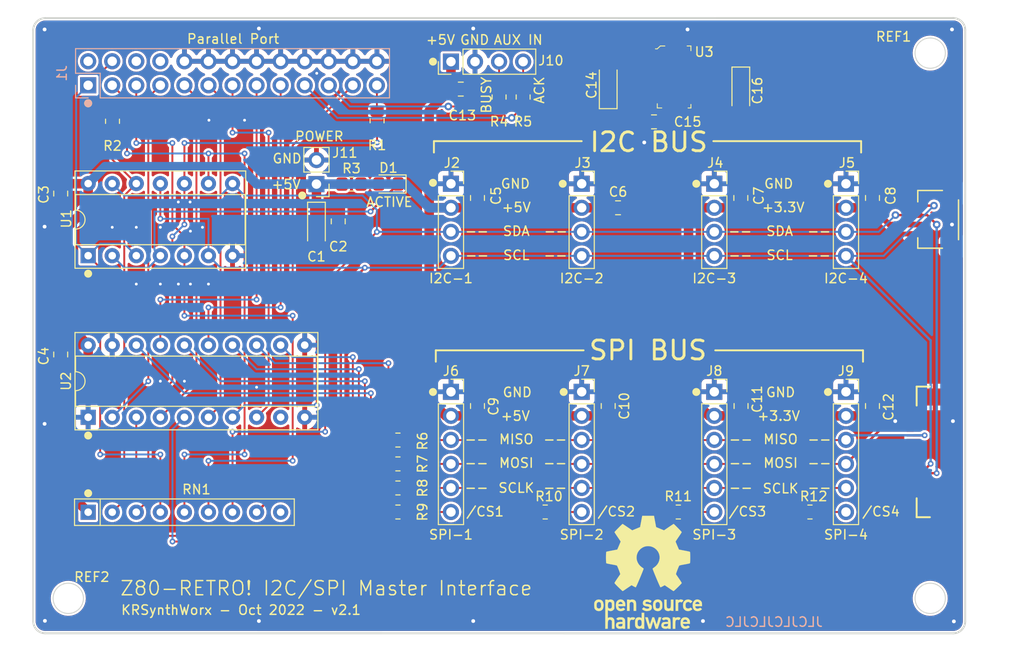
<source format=kicad_pcb>
(kicad_pcb (version 20211014) (generator pcbnew)
  (title_block (title "I2C/SPI-Adapter") (date "10/24/2022") (rev "2.1") (company "KRSynthWorx") (comment 1 "Z80-Retro! Parallel Port to I2C/SPI Master Interface"))
  (layers (0 "F.Cu" signal) (31 "B.Cu" signal) (34 "B.Paste" user) (35 "F.Paste" user) (36 "B.SilkS" user "B.Silkscreen") (37 "F.SilkS" user "F.Silkscreen") (38 "B.Mask" user) (39 "F.Mask" user) (44 "Edge.Cuts" user))
  (net 0 "")
  (net 1 "+5V")
  (net 2 "GND")
  (net 3 "Net-(D1-Pad1)")
  (net 4 "Net-(D1-Pad2)")
  (net 5 "Net-(J1-Pad1)")
  (net 7 "Net-(J1-Pad2)")
  (net 8 "Net-(J1-Pad15)")
  (net 9 "Net-(J1-Pad3)")
  (net 11 "/D2")
  (net 13 "/D3")
  (net 14 "/D4")
  (net 15 "/D5")
  (net 16 "/D6")
  (net 17 "/D7")
  (net 18 "/ACK")
  (net 19 "/BUSY")
  (net 20 "/PAPER")
  (net 21 "Net-(J1-Pad13)")
  (net 22 "/SDA")
  (net 23 "/SCL")
  (net 24 "/SCLK")
  (net 25 "Net-(R1-Pad2)")
  (net 26 "Net-(R2-Pad2)")
  (net 28 "/MISO")
  (net 29 "/MOSI")
  (net 30 "/~{CS1}")
  (net 31 "/~{CS2}")
  (net 32 "/~{CS3}")
  (net 33 "/~{CS4}")
  (net 34 "Net-(J10-Pad3)")
  (net 35 "Net-(J10-Pad4)")
  (net 36 "+3V3")
  (net 37 "Net-(R6-Pad2)")
  (net 38 "Net-(R7-Pad1)")
  (net 39 "Net-(R8-Pad1)")
  (net 40 "Net-(R9-Pad1)")
  (net 41 "Net-(R10-Pad1)")
  (net 42 "Net-(R11-Pad1)")
  (net 44 "Net-(R12-Pad1)")
  (net 45 "/LITE")
  (net 46 "/SCK")
  (net 47 "/TFTDC")
  (net 48 "/TFTRST")
  (net 49 "/TFTCS")
  (net 50 "/CARDCS")
  (net 51 "/MEM_CS")
  (net 52 "/TSCS")
  (net 53 "/INT")
  (net 54 "/GPIO1")
  (net 55 "/GPIO2")
  (net 56 "/BUSY2")
  (footprint "Connector_PinHeader_2.54mm:PinHeader_1x02_P2.54mm_Vertical" (layer "F.Cu") (at 130.9 82.4375 180)
    (fp_text reference "J11")
    (fp_text value "+5V")
  )
  (footprint "Connector_PinHeader_2.54mm:PinHeader_1x04_P2.54mm_Vertical" (layer "F.Cu") (at 145.1 69.5 90)
    (fp_text reference "J10")
    (fp_text value "AUX IN")
  )
  (footprint "Resistor_THT:R_Array_SIP9" (layer "F.Cu") (at 106.8 117.1)
    (fp_text reference "RN1")
    (fp_text value "10k")
  )
  (footprint "Resistor_SMD:R_0805_2012Metric_Pad1.20x1.40mm_HandSolder" (layer "F.Cu") (at 139.5 114.54)
    (fp_text reference "R8")
    (fp_text value "330")
  )
  (footprint "Connector_PinSocket_2.54mm:PinSocket_1x06_P2.54mm_Vertical" (layer "F.Cu") (at 172.9 104.38)
    (fp_text reference "J8")
    (fp_text value "SPI-3")
  )
  (footprint "Resistor_SMD:R_0805_2012Metric_Pad1.20x1.40mm_HandSolder" (layer "F.Cu") (at 183 117.08)
    (fp_text reference "R12")
    (fp_text value "330")
  )
  (footprint "Capacitor_Tantalum_SMD:CP_EIA-3216-10_Kemet-I_Pad1.58x1.35mm_HandSolder" (layer "F.Cu") (at 175.7 72.5575 -90)
    (fp_text reference "C16")
    (fp_text value "10uF")
  )
  (footprint "Capacitor_Tantalum_SMD:CP_EIA-3216-10_Kemet-I_Pad1.58x1.35mm_HandSolder" (layer "F.Cu") (at 161.7 71.9825 90)
    (fp_text reference "C14")
    (fp_text value "10uF")
  )
  (footprint "Connector_PinSocket_2.54mm:PinSocket_1x04_P2.54mm_Vertical" (layer "F.Cu") (at 172.9 82.4)
    (fp_text reference "J4")
    (fp_text value "I2C-3")
  )
  (footprint "Connector_PinSocket_2.54mm:PinSocket_1x04_P2.54mm_Vertical" (layer "F.Cu") (at 145.1 82.4)
    (fp_text reference "J2")
    (fp_text value "I2C-1")
  )
  (footprint "Capacitor_SMD:C_0805_2012Metric_Pad1.18x1.45mm_HandSolder" (layer "F.Cu") (at 162.7375 84.94)
    (fp_text reference "C6")
    (fp_text value "0.1uF")
  )
  (footprint "Resistor_SMD:R_0805_2012Metric_Pad1.20x1.40mm_HandSolder" (layer "F.Cu") (at 134.6 82.4375)
    (fp_text reference "R3")
    (fp_text value "680")
  )
  (footprint "Connector_PinSocket_2.54mm:PinSocket_1x06_P2.54mm_Vertical" (layer "F.Cu") (at 145.1 104.38)
    (fp_text reference "J6")
    (fp_text value "SPI-1")
  )
  (footprint "Symbol:OSHW-Logo_11.4x12mm_SilkScreen" (layer "F.Cu") (at 165.9 123.444)
    (fp_text reference "REF**" hide)
    (fp_text value "OSHW-Logo_11.4x12mm_SilkScreen" hide)
  )
  (footprint "Resistor_SMD:R_0805_2012Metric_Pad1.20x1.40mm_HandSolder" (layer "F.Cu") (at 139.5 112)
    (fp_text reference "R7")
    (fp_text value "330")
  )
  (footprint "Capacitor_SMD:C_0805_2012Metric_Pad1.18x1.45mm_HandSolder" (layer "F.Cu") (at 147.9 105.8825 90)
    (fp_text reference "C9")
    (fp_text value "0.1uF")
  )
  (footprint "Package_DIP:DIP-14_W7.62mm_Socket" (layer "F.Cu") (at 106.8 90 90)
    (fp_text reference "U1")
    (fp_text value "74HC05")
  )
  (footprint "Resistor_SMD:R_0805_2012Metric_Pad1.20x1.40mm_HandSolder" (layer "F.Cu") (at 152.72 73.2375 90)
    (fp_text reference "R5")
    (fp_text value "330")
  )
  (footprint "Capacitor_SMD:C_0805_2012Metric_Pad1.18x1.45mm_HandSolder" (layer "F.Cu") (at 175.7 83.9025 90)
    (fp_text reference "C7")
    (fp_text value "0.1uF")
  )
  (footprint "Connector_PinSocket_2.54mm:PinSocket_1x04_P2.54mm_Vertical" (layer "F.Cu") (at 158.9 82.4)
    (fp_text reference "J3")
    (fp_text value "I2C-2")
  )
  (footprint "Capacitor_SMD:C_0805_2012Metric_Pad1.18x1.45mm_HandSolder" (layer "F.Cu") (at 175.724923 105.8825 90)
    (fp_text reference "C11")
    (fp_text value "0.1uF")
  )
  (footprint "Capacitor_SMD:C_0805_2012Metric_Pad1.18x1.45mm_HandSolder" (layer "F.Cu") (at 147.9 83.9025 90)
    (fp_text reference "C5")
    (fp_text value "0.1uF")
  )
  (footprint "Capacitor_SMD:C_0805_2012Metric_Pad1.18x1.45mm_HandSolder" (layer "F.Cu") (at 133.2 86.375 -90)
    (fp_text reference "C2")
    (fp_text value "0.1uF")
  )
  (footprint "Capacitor_Tantalum_SMD:CP_EIA-3216-10_Kemet-I_Pad1.58x1.35mm_HandSolder" (layer "F.Cu") (at 130.9 86.8375 -90)
    (fp_text reference "C1")
    (fp_text value "10uF")
  )
  (footprint "Fiducial:Fiducial_0.5mm_Mask1.5mm" (layer "F.Cu") (at 191.828201 68.58)
    (fp_text reference "REF1")
    (fp_text value "Fiducial_0.5mm_Mask1.5mm")
  )
  (footprint "LED_SMD:LED_0805_2012Metric_Pad1.15x1.40mm_HandSolder" (layer "F.Cu") (at 138.5 82.425 180)
    (fp_text reference "D1")
    (fp_text value "20mA 120°")
  )
  (footprint "Fiducial:Fiducial_0.5mm_Mask1.5mm" (layer "F.Cu") (at 108.712 126.2)
    (fp_text reference "REF2")
    (fp_text value "Fiducial_0.5mm_Mask1.5mm")
  )
  (footprint "Capacitor_SMD:C_0805_2012Metric_Pad1.18x1.45mm_HandSolder" (layer "F.Cu") (at 189.6 105.8825 90)
    (fp_text reference "C12")
    (fp_text value "0.1uF")
  )
  (footprint "Resistor_SMD:R_0805_2012Metric_Pad1.20x1.40mm_HandSolder" (layer "F.Cu") (at 150.18 73.2375 90)
    (fp_text reference "R4")
    (fp_text value "330")
  )
  (footprint "Capacitor_SMD:C_0805_2012Metric_Pad1.18x1.45mm_HandSolder" (layer "F.Cu") (at 161.7 105.8825 90)
    (fp_text reference "C10")
    (fp_text value "0.1uF")
  )
  (footprint "Resistor_SMD:R_0805_2012Metric_Pad1.20x1.40mm_HandSolder" (layer "F.Cu") (at 139.5 109.48 180)
    (fp_text reference "R6")
    (fp_text value "330")
  )
  (footprint "Package_DIP:DIP-20_W7.62mm_Socket" (layer "F.Cu") (at 106.8 107.07 90)
    (fp_text reference "U2")
    (fp_text value "74HC244")
  )
  (footprint "i2c-adapter:SOT-223" (layer "F.Cu") (at 168.656 71.12 -90)
    (fp_text reference "U3")
    (fp_text value "LM1117-3.3")
  )
  (footprint "Resistor_SMD:R_0805_2012Metric_Pad1.20x1.40mm_HandSolder" (layer "F.Cu") (at 139.5 117.08)
    (fp_text reference "R9")
    (fp_text value "330")
  )
  (footprint "Capacitor_SMD:C_0805_2012Metric_Pad1.18x1.45mm_HandSolder" (layer "F.Cu") (at 146.1375 72.4)
    (fp_text reference "C13")
    (fp_text value "0.1uF")
  )
  (footprint "Capacitor_SMD:C_0805_2012Metric_Pad1.18x1.45mm_HandSolder" (layer "F.Cu") (at 189.6 83.9025 90)
    (fp_text reference "C8")
    (fp_text value "0.1uF")
  )
  (footprint "Resistor_SMD:R_0805_2012Metric_Pad1.20x1.40mm_HandSolder" (layer "F.Cu") (at 137.3 75.7375 -90)
    (fp_text reference "R1")
    (fp_text value "330")
  )
  (footprint "i2c-adapter:EYE_SPI_DISPLAY_BOTCONTACT" (layer "F.Cu") (at 195.06 110.73 90)
    (fp_text reference "X1" hide)
    (fp_text value "EYE_SPI_DISPLAY_FLIP")
  )
  (footprint "Connector_PinSocket_2.54mm:PinSocket_1x06_P2.54mm_Vertical" (layer "F.Cu") (at 158.9 104.38)
    (fp_text reference "J7")
    (fp_text value "SPI-2")
  )
  (footprint "Resistor_SMD:R_0805_2012Metric_Pad1.20x1.40mm_HandSolder" (layer "F.Cu") (at 155.05 117.08)
    (fp_text reference "R10")
    (fp_text value "330")
  )
  (footprint "Connector_PinSocket_2.54mm:PinSocket_1x06_P2.54mm_Vertical" (layer "F.Cu") (at 186.8 104.38)
    (fp_text reference "J9")
    (fp_text value "SPI-4")
  )
  (footprint "Capacitor_SMD:C_0805_2012Metric_Pad1.18x1.45mm_HandSolder" (layer "F.Cu") (at 103.9 100.4375 -90)
    (fp_text reference "C4")
    (fp_text value "0.1uF")
  )
  (footprint "Resistor_SMD:R_0805_2012Metric_Pad1.20x1.40mm_HandSolder" (layer "F.Cu") (at 109.37 75.8 -90)
    (fp_text reference "R2")
    (fp_text value "330")
  )
  (footprint "Resistor_SMD:R_0805_2012Metric_Pad1.20x1.40mm_HandSolder" (layer "F.Cu") (at 169.1 117.08)
    (fp_text reference "R11")
    (fp_text value "330")
  )
  (footprint "Capacitor_SMD:C_0805_2012Metric_Pad1.18x1.45mm_HandSolder" (layer "F.Cu") (at 166.533513 75.861773)
    (fp_text reference "C15")
    (fp_text value "0.1uF")
  )
  (footprint "Connector_PinSocket_2.54mm:PinSocket_1x04_P2.54mm_Vertical" (layer "F.Cu") (at 186.8 82.4)
    (fp_text reference "J5")
    (fp_text value "I2C-4")
  )
  (footprint "Capacitor_SMD:C_0805_2012Metric_Pad1.18x1.45mm_HandSolder" (layer "F.Cu") (at 103.9 83.4375 -90)
    (fp_text reference "C3")
    (fp_text value "0.1uF")
  )
  (footprint "i2c-adapter:JST_SH4" (layer "F.Cu") (at 196.596 86.21 90)
    (fp_text reference "CONN1")
    (fp_text value "STEMMA_I2C_QT" hide)
  )
  (footprint "i2c-adapter:PinSocket_2x13_P2.54mm_Vertical" (layer "B.Cu") (at 106.8 72 -90)
    (fp_text reference "J1")
    (fp_text value "Conn_02x13_Top_Bottom")
  )
  (gr_circle (center 106.8 73.9) (end 106.439445 73.9) (layer "B.SilkS") (width 0.12) (fill solid))
  (gr_line (start 143.3 77.9) (end 158.9 77.9) (layer "F.SilkS") (width 0.2))
  (gr_circle (center 157 104.4) (end 157.360555 104.4) (layer "F.SilkS") (width 0.12) (fill solid))
  (gr_circle (center 184.9 104.4) (end 185.260555 104.4) (layer "F.SilkS") (width 0.12) (fill solid))
  (gr_line (start 143.3 77.9) (end 143.3 79.1) (layer "F.SilkS") (width 0.2))
  (gr_line (start 188.6 100) (end 188.6 101.2) (layer "F.SilkS") (width 0.2))
  (gr_circle (center 143.2 104.4) (end 143.560555 104.4) (layer "F.SilkS") (width 0.12) (fill solid))
  (gr_line (start 143.5 100) (end 143.5 101.2) (layer "F.SilkS") (width 0.2))
  (gr_circle (center 171 104.4) (end 171.360555 104.4) (layer "F.SilkS") (width 0.12) (fill solid))
  (gr_circle (center 106.8 91.9) (end 107.160555 91.9) (layer "F.SilkS") (width 0.12) (fill solid))
  (gr_line (start 143.5 100) (end 159.1 100) (layer "F.SilkS") (width 0.2))
  (gr_circle (center 171 82.4) (end 171.360555 82.4) (layer "F.SilkS") (width 0.12) (fill solid))
  (gr_line (start 173 100) (end 188.6 100) (layer "F.SilkS") (width 0.2))
  (gr_circle (center 143.2 82.3) (end 143.560555 82.3) (layer "F.SilkS") (width 0.12) (fill solid))
  (gr_circle (center 184.9 82.4) (end 185.260555 82.4) (layer "F.SilkS") (width 0.12) (fill solid))
  (gr_circle (center 106.8 109) (end 107.160555 109) (layer "F.SilkS") (width 0.12) (fill solid))
  (gr_circle (center 129.4 83.6375) (end 129.760555 83.6375) (layer "F.SilkS") (width 0.12) (fill solid))
  (gr_line (start 188.4 77.9) (end 188.4 79.1) (layer "F.SilkS") (width 0.2))
  (gr_circle (center 156.9 82.4) (end 157.260555 82.4) (layer "F.SilkS") (width 0.12) (fill solid))
  (gr_line (start 172.8 77.9) (end 188.4 77.9) (layer "F.SilkS") (width 0.2))
  (gr_circle (center 106.8 115.1) (end 107.160555 115.1) (layer "F.SilkS") (width 0.12) (fill solid))
  (gr_circle (center 143.2 69.5) (end 143.560555 69.5) (layer "F.SilkS") (width 0.12) (fill solid))
  (gr_circle (center 106.8 73.9) (end 107.160555 73.9) (layer "F.SilkS") (width 0.12) (fill solid))
  (gr_circle (center 195.692201 68.6) (end 197.292201 68.6) (layer "Edge.Cuts") (width 0.1) (fill none))
  (gr_line (start 198.12 129.898233) (end 102.271766 129.895364) (layer "Edge.Cuts") (width 0.2))
  (gr_line (start 199.392303 66.166293) (end 199.39 128.628233) (layer "Edge.Cuts") (width 0.2))
  (gr_circle (center 195.692201 126.2) (end 197.292201 126.2) (layer "Edge.Cuts") (width 0.1) (fill none))
  (gr_arc (start 101.000198 66.171766) (mid 101.372168 65.273736) (end 102.270198 64.901766) (layer "Edge.Cuts") (width 0.2))
  (gr_circle (center 104.7 126.2) (end 106.3 126.2) (layer "Edge.Cuts") (width 0.1) (fill none))
  (gr_line (start 101.001766 128.625364) (end 101.000198 66.171766) (layer "Edge.Cuts") (width 0.2))
  (gr_arc (start 102.271766 129.895364) (mid 101.373794 129.523336) (end 101.001766 128.625364) (layer "Edge.Cuts") (width 0.2))
  (gr_arc (start 199.39 128.628233) (mid 199.018014 129.526237) (end 198.12 129.898233) (layer "Edge.Cuts") (width 0.2))
  (gr_line (start 102.270198 64.901766) (end 198.122303 64.896293) (layer "Edge.Cuts") (width 0.2))
  (gr_arc (start 198.122303 64.896293) (mid 199.02033 65.268268) (end 199.392303 66.166293) (layer "Edge.Cuts") (width 0.2))
  (gr_text "JLCJLCJLCJLC" (at 179.2 128.7) (layer "B.SilkS") (effects (font (size 1 1)) (justify mirror)))
  (gr_text "--" (at 175.7 111.9) (layer "F.SilkS") (effects (font (size 1 1))))
  (gr_text "SCLK" (at 152 114.5375) (layer "F.SilkS") (effects (font (size 1 1))))
  (gr_text "Z80-RETRO! I2C/SPI Master Interface" (at 131.936 125.1375) (layer "F.SilkS") (effects (font (size 1.5 1.5))))
  (gr_text "MOSI" (at 179.9 111.9) (layer "F.SilkS") (effects (font (size 1 1))))
  (gr_text "+5V" (at 151.9 106.9375) (layer "F.SilkS") (effects (font (size 1 1))))
  (gr_text "+5V" (at 144 67.2) (layer "F.SilkS") (effects (font (size 1 1))))
  (gr_text "--" (at 184 111.9) (layer "F.SilkS") (effects (font (size 1 1))))
  (gr_text "Parallel Port" (at 122.1 67.1) (layer "F.SilkS") (effects (font (size 1 1))))
  (gr_text "--" (at 147.8 114.5) (layer "F.SilkS") (effects (font (size 1 1))))
  (gr_text "AUX IN" (at 152.2 67.2) (layer "F.SilkS") (effects (font (size 1 1))))
  (gr_text "--  SDA  --" (at 152 87.41) (layer "F.SilkS") (effects (font (size 1 1))))
  (gr_text "/CS2" (at 162.56 117.0375) (layer "F.SilkS") (effects (font (size 1 1))))
  (gr_text "GND" (at 151.9 82.4) (layer "F.SilkS") (effects (font (size 1 1))))
  (gr_text "GND" (at 179.9 104.4375) (layer "F.SilkS") (effects (font (size 1 1))))
  (gr_text "/CS4" (at 190.5 117.0375) (layer "F.SilkS") (effects (font (size 1 1))))
  (gr_text "--  SCL  --" (at 152 89.95) (layer "F.SilkS") (effects (font (size 1 1))))
  (gr_text "ACTIVE" (at 138.6 84.3375) (layer "F.SilkS") (effects (font (size 1 1))))
  (gr_text "--  SDA  --" (at 179.8 87.41) (layer "F.SilkS") (effects (font (size 1 1))))
  (gr_text "I2C BUS" (at 165.980417 78) (layer "F.SilkS") (effects (font (size 2 2) (thickness 0.3))))
  (gr_text "--" (at 184 114.5) (layer "F.SilkS") (effects (font (size 1 1))))
  (gr_text "/CS1" (at 148.7 117.0375) (layer "F.SilkS") (effects (font (size 1 1))))
  (gr_text "--" (at 147.8 111.9) (layer "F.SilkS") (effects (font (size 1 1))))
  (gr_text "--  SCL  --" (at 179.8 89.95) (layer "F.SilkS") (effects (font (size 1 1))))
  (gr_text "--" (at 184 109.4) (layer "F.SilkS") (effects (font (size 1 1))))
  (gr_text "MISO" (at 152 109.4) (layer "F.SilkS") (effects (font (size 1 1))))
  (gr_text "+5V" (at 127.7 82.475) (layer "F.SilkS") (effects (font (size 1 1))))
  (gr_text "GND" (at 127.8 79.7375) (layer "F.SilkS") (effects (font (size 1 1))))
  (gr_text "MOSI" (at 152 111.9) (layer "F.SilkS") (effects (font (size 1 1))))
  (gr_text "GND" (at 152.1 104.4375) (layer "F.SilkS") (effects (font (size 1 1))))
  (gr_text "--" (at 156.1 111.9) (layer "F.SilkS") (effects (font (size 1 1))))
  (gr_text "GND" (at 147.6 67.2) (layer "F.SilkS") (effects (font (size 1 1))))
  (gr_text "GND" (at 179.7 82.4) (layer "F.SilkS") (effects (font (size 1 1))))
  (gr_text "POWER" (at 131.2 77.4) (layer "F.SilkS") (effects (font (size 1 1))))
  (gr_text "--" (at 156.1 109.4) (layer "F.SilkS") (effects (font (size 1 1))))
  (gr_text "--" (at 147.8 109.4) (layer "F.SilkS") (effects (font (size 1 1))))
  (gr_text "MISO" (at 179.9 109.4) (layer "F.SilkS") (effects (font (size 1 1))))
  (gr_text "--" (at 175.7 114.5) (layer "F.SilkS") (effects (font (size 1 1))))
  (gr_text "+3.3V" (at 179.7 106.9375) (layer "F.SilkS") (effects (font (size 1 1))))
  (gr_text "--" (at 156.1 114.5) (layer "F.SilkS") (effects (font (size 1 1))))
  (gr_text "KRSynthWorx - Oct 2022 - v2.1" (at 122.936 127.4375) (layer "F.SilkS") (effects (font (size 1 1))))
  (gr_text "--" (at 175.7 109.4) (layer "F.SilkS") (effects (font (size 1 1))))
  (gr_text "SPI BUS" (at 165.9 100) (layer "F.SilkS") (effects (font (size 2 2) (thickness 0.3))))
  (gr_text "/CS3" (at 176.4 117.0375) (layer "F.SilkS") (effects (font (size 1 1))))
  (gr_text "BUSY" (at 148.84 73.0375 90) (layer "F.SilkS") (effects (font (size 1 1))))
  (gr_text "ACK" (at 154.432 72.5 90) (layer "F.SilkS") (effects (font (size 1 1))))
  (gr_text "+5V" (at 152 84.9) (layer "F.SilkS") (effects (font (size 1 1))))
  (gr_text " +3.3V" (at 179.8 84.9) (layer "F.SilkS") (effects (font (size 1 1))))
  (gr_text "SCLK" (at 179.9 114.6) (layer "F.SilkS") (effects (font (size 1 1))))
  (segment (start 103.9 99.4) (end 106.75 99.4) (width 1) (layer "F.Cu") (net 1))
  (segment (start 161.7 84.94) (end 161.7 73.42) (width 1) (layer "F.Cu") (net 1))
  (segment (start 106.8 82.38) (end 106.8 84.8) (width 1) (layer "F.Cu") (net 1))
  (segment (start 144.54 106.92) (end 142.8 105.18) (width 1) (layer "F.Cu") (net 1))
  (segment (start 142.8 84.94) (end 161.7 84.94) (width 1) (layer "F.Cu") (net 1))
  (segment (start 161.7 106.92) (end 144.54 106.92) (width 1) (layer "F.Cu") (net 1))
  (segment (start 130.9 82.4375) (end 130.9 85.4) (width 1) (layer "F.Cu") (net 1))
  (segment (start 130.9 85.3375) (end 133.2 85.3375) (width 1) (layer "F.Cu") (net 1))
  (segment (start 106.8 99.45) (end 106.8 101.2) (width 1) (layer "F.Cu") (net 1))
  (segment (start 142.8 105.18) (end 142.8 74.7) (width 1) (layer "F.Cu") (net 1))
  (segment (start 165.506 75.851786) (end 165.496013 75.861773) (width 1) (layer "F.Cu") (net 1))
  (segment (start 104.648 86.952) (end 104.648 97.298) (width 1) (layer "F.Cu") (net 1))
  (segment (start 104.648 97.298) (end 106.8 99.45) (width 1) (layer "F.Cu") (net 1))
  (segment (start 145.1 72.4) (end 145.1 69.5) (width 1) (layer "F.Cu") (net 1))
  (segment (start 130.9 82.4375) (end 133.6 82.4375) (width 1) (layer "F.Cu") (net 1))
  (segment (start 105 115.3) (end 106.8 117.1) (width 1) (layer "F.Cu") (net 1))
  (segment (start 165.506 73.42) (end 165.506 75.851786) (width 1) (layer "F.Cu") (net 1))
  (segment (start 145.023673 106.996327) (end 145.1 106.92) (width 1) (layer "F.Cu") (net 1))
  (segment (start 106.8 101.2) (end 105 103) (width 1) (layer "F.Cu") (net 1))
  (segment (start 161.7 73.42) (end 165.506 73.42) (width 1) (layer "F.Cu") (net 1))
  (segment (start 103.9 82.4) (end 106.78 82.4) (width 1) (layer "F.Cu") (net 1))
  (segment (start 142.8 74.7) (end 145.1 72.4) (width 1) (layer "F.Cu") (net 1))
  (segment (start 105 103) (end 105 115.3) (width 1) (layer "F.Cu") (net 1))
  (segment (start 106.8 84.8) (end 104.648 86.952) (width 1) (layer "F.Cu") (net 1))
  (segment (start 124.6015 82.4375) (end 130.9 82.4375) (width 1) (layer "B.Cu") (net 1))
  (segment (start 140.2975 82.4375) (end 130.9 82.4375) (width 1) (layer "B.Cu") (net 1))
  (segment (start 145.1 84.94) (end 142.8 84.94) (width 1) (layer "B.Cu") (net 1))
  (segment (start 142.8 84.94) (end 140.2975 82.4375) (width 1) (layer "B.Cu") (net 1))
  (segment (start 108.58 80.6) (end 122.764 80.6) (width 1) (layer "B.Cu") (net 1))
  (segment (start 106.8 82.38) (end 108.58 80.6) (width 1) (layer "B.Cu") (net 1))
  (segment (start 122.764 80.6) (end 124.6015 82.4375) (width 1) (layer "B.Cu") (net 1))
  (segment (start 198.092201 107.48) (end 192 107.48) (width 0.25) (layer "F.Cu") (net 2))
  (via (at 198.092201 107.48) (size 0.8) (drill 0.4) (layers "F.Cu" "B.Cu") (net 2))
  (via (at 114.42 87) (size 0.6) (drill 0.3) (layers "F.Cu" "B.Cu") (net 2))
  (via (at 124.58 103.895) (size 0.6) (drill 0.3) (layers "F.Cu" "B.Cu") (net 2))
  (via (at 170.075 66.1) (size 0.8) (drill 0.4) (layers "F.Cu" "B.Cu") (net 2))
  (via (at 102.233574 128.579106) (size 0.8) (drill 0.4) (layers "F.Cu" "B.Cu") (net 2))
  (via (at 117.595 93) (size 0.6) (drill 0.3) (layers "F.Cu" "B.Cu") (net 2))
  (via (at 119.5 93) (size 0.6) (drill 0.3) (layers "F.Cu" "B.Cu") (net 2))
  (via (at 147.45 66) (size 0.8) (drill 0.4) (layers "F.Cu" "B.Cu") (net 2))
  (via (at 116.96 103.26) (size 0.6) (drill 0.3) (layers "F.Cu" "B.Cu") (net 2))
  (via (at 192 107.48) (size 0.8) (drill 0.4) (layers "F.Cu" "B.Cu") (net 2))
  (via (at 197.992201 66.1) (size 0.8) (drill 0.4) (layers "F.Cu" "B.Cu") (net 2))
  (via (at 171.704 128.6) (size 0.8) (drill 0.4) (layers "F.Cu" "B.Cu") (net 2))
  (via (at 198.192201 128.6375) (size 0.8) (drill 0.4) (layers "F.Cu" "B.Cu") (net 2))
  (via (at 116.325 93) (size 0.6) (drill 0.3) (layers "F.Cu" "B.Cu") (net 2))
  (via (at 111.88 93) (size 0.6) (drill 0.3) (layers "F.Cu" "B.Cu") (net 2))
  (via (at 130.93 70.73) (size 0.6) (drill 0.3) (layers "F.Cu" "B.Cu") (net 2))
  (via (at 114.42 93) (size 0.6) (drill 0.3) (layers "F.Cu" "B.Cu") (net 2))
  (via (at 109.34 87) (size 0.6) (drill 0.3) (layers "F.Cu" "B.Cu") (net 2))
  (via (at 111.88 87) (size 0.6) (drill 0.3) (layers "F.Cu" "B.Cu") (net 2))
  (via (at 116.316613 84.328) (size 0.6) (drill 0.3) (layers "F.Cu" "B.Cu") (net 2))
  (via (at 117.595 87.409821) (size 0.6) (drill 0.3) (layers "F.Cu" "B.Cu") (net 2))
  (via (at 118.865 87) (size 0.6) (drill 0.3) (layers "F.Cu" "B.Cu") (net 2))
  (via (at 123.31 75.6875) (size 0.6) (drill 0.3) (layers "F.Cu" "B.Cu") (net 2))
  (via (at 124.825 128.6) (size 0.8) (drill 0.4) (layers "F.Cu" "B.Cu") (net 2))
  (via (at 197.992201 86.71) (size 0.8) (drill 0.4) (layers "F.Cu" "B.Cu") (net 2))
  (via (at 102.2 86.933333) (size 0.8) (drill 0.4) (layers "F.Cu" "B.Cu") (net 2))
  (via (at 102.2 107.766666) (size 0.8) (drill 0.4) (layers "F.Cu" "B.Cu") (net 2))
  (via (at 165.506 78.0375) (size 0.8) (drill 0.4) (layers "F.Cu" "B.Cu") (net 2))
  (via (at 124.825 66) (size 0.8) (drill 0.4) (layers "F.Cu" "B.Cu") (net 2))
  (via (at 119.55 75.6875) (size 0.6) (drill 0.3) (layers "F.Cu" "B.Cu") (net 2))
  (via (at 114.42 103.26) (size 0.6) (drill 0.3) (layers "F.Cu" "B.Cu") (net 2))
  (via (at 117.5595 84.328) (size 0.6) (drill 0.3) (layers "F.Cu" "B.Cu") (net 2))
  (via (at 147.45 128.6) (size 0.8) (drill 0.4) (layers "F.Cu" "B.Cu") (net 2))
  (via (at 102.2 66.1) (size 0.8) (drill 0.4) (layers "F.Cu" "B.Cu") (net 2))
  (segment (start 136.6125 85.3375) (end 139.525 82.425) (width 0.25) (layer "F.Cu") (net 3))
  (via (at 136.6125 85.3375) (size 0.6) (drill 0.3) (layers "F.Cu" "B.Cu") (net 3))
  (segment (start 110.61 91.27) (end 113.15 91.27) (width 0.2) (layer "B.Cu") (net 3))
  (segment (start 113.8 89.38) (end 114.42 90) (width 0.2) (layer "B.Cu") (net 3))
  (segment (start 136.6125 85.3375) (end 113.8 85.3375) (width 0.2) (layer "B.Cu") (net 3))
  (segment (start 113.15 91.27) (end 114.42 90) (width 0.2) (layer "B.Cu") (net 3))
  (segment (start 110.61 91.27) (end 109.34 90) (width 0.2) (layer "B.Cu") (net 3))
  (segment (start 113.8 85.3375) (end 113.8 89.38) (width 0.2) (layer "B.Cu") (net 3))
  (segment (start 135.6125 82.425) (end 137.475 82.425) (width 0.2) (layer "F.Cu") (net 4))
  (segment (start 114.42 111) (end 114.42 117.1) (width 0.2) (layer "F.Cu") (net 5))
  (segment (start 106.8 90) (end 108.07 91.27) (width 0.2) (layer "F.Cu") (net 5))
  (segment (start 108.07 91.27) (end 108.07 111) (width 0.2) (layer "F.Cu") (net 5))
  (via (at 114.421072 111) (size 0.6) (drill 0.3) (layers "F.Cu" "B.Cu") (net 5))
  (via (at 108.07 111) (size 0.6) (drill 0.3) (layers "F.Cu" "B.Cu") (net 5))
  (segment (start 105.53 88.73) (end 106.8 90) (width 0.2) (layer "B.Cu") (net 5))
  (segment (start 106.8 90) (end 108.07 88.73) (width 0.2) (layer "B.Cu") (net 5))
  (segment (start 106.8 72) (end 105.53 73.27) (width 0.2) (layer "B.Cu") (net 5))
  (segment (start 108.1 111) (end 114.4 111) (width 0.2) (layer "B.Cu") (net 5))
  (segment (start 105.53 73.27) (end 105.53 88.73) (width 0.2) (layer "B.Cu") (net 5))
  (segment (start 110.61 88.73) (end 111.88 90) (width 0.2) (layer "B.Cu") (net 5))
  (segment (start 108.07 88.73) (end 110.61 88.73) (width 0.2) (layer "B.Cu") (net 5))
  (segment (start 110.9 73.56) (end 109.34 72) (width 0.2) (layer "F.Cu") (net 7))
  (segment (start 116.96 117.1) (end 116.96 111) (width 0.2) (layer "F.Cu") (net 7))
  (segment (start 110.9 79.2) (end 110.9 73.56) (width 0.2) (layer "F.Cu") (net 7))
  (segment (start 119.5 82.38) (end 119.5 79.2) (width 0.2) (layer "F.Cu") (net 7))
  (segment (start 123.31 79.2) (end 123.31 111) (width 0.2) (layer "F.Cu") (net 7))
  (via (at 116.965231 111) (size 0.6) (drill 0.3) (layers "F.Cu" "B.Cu") (net 7))
  (via (at 119.5 79.2) (size 0.6) (drill 0.3) (layers "F.Cu" "B.Cu") (net 7))
  (via (at 123.31 111) (size 0.6) (drill 0.3) (layers "F.Cu" "B.Cu") (net 7))
  (via (at 110.9 79.2) (size 0.6) (drill 0.3) (layers "F.Cu" "B.Cu") (net 7))
  (via (at 123.31 79.2) (size 0.6) (drill 0.3) (layers "F.Cu" "B.Cu") (net 7))
  (segment (start 117 111) (end 123.31 111) (width 0.2) (layer "B.Cu") (net 7))
  (segment (start 119.5 79.2) (end 110.9 79.2) (width 0.2) (layer "B.Cu") (net 7))
  (segment (start 119.5 79.2) (end 123.31 79.2) (width 0.2) (layer "B.Cu") (net 7))
  (segment (start 108.07 70.73) (end 108.07 73.5) (width 0.2) (layer "F.Cu") (net 8))
  (segment (start 109.34 69.46) (end 108.07 70.73) (width 0.2) (layer "F.Cu") (net 8))
  (segment (start 109.37 74.8) (end 108.07 73.5) (width 0.2) (layer "F.Cu") (net 8))
  (segment (start 115.69 86.6995) (end 116.96 87.9695) (width 0.2) (layer "F.Cu") (net 9))
  (segment (start 119.5 111.67) (end 119.5 117.1) (width 0.2) (layer "F.Cu") (net 9))
  (segment (start 111.88 72) (end 111.88 78.1) (width 0.2) (layer "F.Cu") (net 9))
  (segment (start 115.69 78.1) (end 115.69 86.6995) (width 0.2) (layer "F.Cu") (net 9))
  (segment (start 116.96 87.9695) (end 116.96 96.3375) (width 0.2) (layer "F.Cu") (net 9))
  (segment (start 128.39 96.3875) (end 128.39 111.67) (width 0.2) (layer "F.Cu") (net 9))
  (via (at 128.39 111.67) (size 0.6) (drill 0.3) (layers "F.Cu" "B.Cu") (net 9))
  (via (at 111.88 78.1) (size 0.6) (drill 0.3) (layers "F.Cu" "B.Cu") (net 9))
  (via (at 119.5 111.67) (size 0.6) (drill 0.3) (layers "F.Cu" "B.Cu") (net 9))
  (via (at 128.39 96.3375) (size 0.6) (drill 0.3) (layers "F.Cu" "B.Cu") (net 9))
  (via (at 116.96 96.3375) (size 0.6) (drill 0.3) (layers "F.Cu" "B.Cu") (net 9))
  (via (at 115.69 78.1) (size 0.6) (drill 0.3) (layers "F.Cu" "B.Cu") (net 9))
  (segment (start 116.96 96.3375) (end 128.39 96.3375) (width 0.2) (layer "B.Cu") (net 9))
  (segment (start 128.39 111.67) (end 119.5 111.67) (width 0.2) (layer "B.Cu") (net 9))
  (segment (start 111.88 78.1) (end 115.7 78.1) (width 0.2) (layer "B.Cu") (net 9))
  (segment (start 113.15 103.26) (end 113.15 73.27) (width 0.2) (layer "F.Cu") (net 11))
  (segment (start 113.15 73.27) (end 114.42 72) (width 0.2) (layer "F.Cu") (net 11))
  (via (at 113.15 103.26) (size 0.6) (drill 0.3) (layers "F.Cu" "B.Cu") (net 11))
  (segment (start 113.15 103.26) (end 109.34 107.07) (width 0.2) (layer "B.Cu") (net 11))
  (segment (start 118.23 103.26) (end 114.42 107.07) (width 0.2) (layer "F.Cu") (net 13))
  (segment (start 118.23 73.27) (end 118.23 103.26) (width 0.2) (layer "F.Cu") (net 13))
  (segment (start 116.96 72) (end 118.23 73.27) (width 0.2) (layer "F.Cu") (net 13))
  (segment (start 119.5 72) (end 120.77 73.27) (width 0.2) (layer "F.Cu") (net 14))
  (segment (start 120.77 105.8) (end 119.5 107.07) (width 0.2) (layer "F.Cu") (net 14))
  (segment (start 120.77 73.27) (end 120.77 105.8) (width 0.2) (layer "F.Cu") (net 14))
  (segment (start 125.85 77) (end 125.85 105.8) (width 0.2) (layer "F.Cu") (net 15))
  (segment (start 125.85 105.8) (end 124.58 107.07) (width 0.2) (layer "F.Cu") (net 15))
  (segment (start 122.04 72) (end 122.04 77) (width 0.2) (layer "F.Cu") (net 15))
  (via (at 125.85 77) (size 0.6) (drill 0.3) (layers "F.Cu" "B.Cu") (net 15))
  (via (at 122.04 77) (size 0.6) (drill 0.3) (layers "F.Cu" "B.Cu") (net 15))
  (segment (start 122.05 77) (end 125.85 77) (width 0.2) (layer "B.Cu") (net 15))
  (segment (start 114.42 94.6375) (end 114.42 99.45) (width 0.2) (layer "F.Cu") (net 16))
  (segment (start 124.58 72) (end 124.58 94.6375) (width 0.2) (layer "F.Cu") (net 16))
  (via (at 124.58 94.6375) (size 0.6) (drill 0.3) (layers "F.Cu" "B.Cu") (net 16))
  (via (at 114.42 94.6375) (size 0.6) (drill 0.3) (layers "F.Cu" "B.Cu") (net 16))
  (segment (start 124.58 94.6375) (end 114.42 94.6375) (width 0.2) (layer "B.Cu") (net 16))
  (segment (start 119.5 95.4675) (end 119.5 99.45) (width 0.2) (layer "F.Cu") (net 17))
  (segment (start 127.12 72) (end 127.12 95.4675) (width 0.2) (layer "F.Cu") (net 17))
  (via (at 119.5 95.4675) (size 0.6) (drill 0.3) (layers "F.Cu" "B.Cu") (net 17))
  (via (at 127.12 95.4675) (size 0.6) (drill 0.3) (layers "F.Cu" "B.Cu") (net 17))
  (segment (start 127.12 95.4675) (end 119.5 95.4675) (width 0.2) (layer "B.Cu") (net 17))
  (segment (start 151.52 75.4375) (end 152.72 74.2375) (width 0.2) (layer "F.Cu") (net 18))
  (via (at 151.52 75.4375) (size 0.8) (drill 0.4) (layers "F.Cu" "B.Cu") (net 18))
  (segment (start 133.0975 75.4375) (end 129.66 72) (width 0.2) (layer "B.Cu") (net 18))
  (segment (start 151.384 75.4375) (end 133.0975 75.4375) (width 0.2) (layer "B.Cu") (net 18))
  (segment (start 144.818714 74.2375) (end 150.18 74.2375) (width 0.2) (layer "F.Cu") (net 19))
  (via (at 144.818714 74.2375) (size 0.8) (drill 0.4) (layers "F.Cu" "B.Cu") (net 19))
  (segment (start 134.4375 74.2375) (end 132.2 72) (width 0.2) (layer "B.Cu") (net 19))
  (segment (start 144.818714 74.2375) (end 134.4375 74.2375) (width 0.2) (layer "B.Cu") (net 19))
  (segment (start 130.93 98.028971) (end 130.93 105.8) (width 0.2) (layer "F.Cu") (net 20))
  (segment (start 128.39 95.488971) (end 130.93 98.028971) (width 0.2) (layer "F.Cu") (net 20))
  (segment (start 128.39 78.35) (end 128.39 95.488971) (width 0.2) (layer "F.Cu") (net 20))
  (segment (start 134.74 72) (end 128.39 78.35) (width 0.2) (layer "F.Cu") (net 20))
  (via (at 130.93 105.8) (size 0.6) (drill 0.3) (layers "F.Cu" "B.Cu") (net 20))
  (segment (start 130.93 105.8) (end 123.31 105.8) (width 0.2) (layer "B.Cu") (net 20))
  (segment (start 123.31 105.8) (end 122.04 107.07) (width 0.2) (layer "B.Cu") (net 20))
  (segment (start 137.28 72) (end 137.28 74.78) (width 0.2) (layer "F.Cu") (net 21))
  (segment (start 192.024 85.71) (end 194.082 85.71) (width 0.25) (layer "F.Cu") (net 22))
  (segment (start 131.82 92.9475) (end 137.28 87.4875) (width 0.2) (layer "F.Cu") (net 22))
  (segment (start 195.377 85.71) (end 196.377 86.71) (width 0.25) (layer "F.Cu") (net 22))
  (segment (start 131.82 108.6) (end 131.82 92.9475) (width 0.2) (layer "F.Cu") (net 22))
  (segment (start 196.377 112.98) (end 193.906 112.98) (width 0.25) (layer "F.Cu") (net 22))
  (segment (start 194.082 85.71) (end 195.377 85.71) (width 0.25) (layer "F.Cu") (net 22))
  (segment (start 122.04 108.6) (end 122.04 117.1) (width 0.2) (layer "F.Cu") (net 22))
  (via (at 196.377 112.98) (size 0.6) (drill 0.3) (layers "F.Cu" "B.Cu") (net 22))
  (via (at 137.28 87.4875) (size 0.6) (drill 0.3) (layers "F.Cu" "B.Cu") (net 22))
  (via (at 122.04 108.6) (size 0.6) (drill 0.3) (layers "F.Cu" "B.Cu") (net 22))
  (via (at 196.377 86.71) (size 0.8) (drill 0.4) (layers "F.Cu" "B.Cu") (net 22))
  (via (at 131.82 108.6) (size 0.6) (drill 0.3) (layers "F.Cu" "B.Cu") (net 22))
  (via (at 192.024 85.71) (size 0.8) (drill 0.4) (layers "F.Cu" "B.Cu") (net 22))
  (segment (start 190.254 87.48) (end 186.8 87.48) (width 0.2) (layer "B.Cu") (net 22))
  (segment (start 137.2875 87.48) (end 186.8 87.48) (width 0.2) (layer "B.Cu") (net 22))
  (segment (start 109.34 82.38) (end 110.61 83.65) (width 0.2) (layer "B.Cu") (net 22))
  (segment (start 192.024 85.71) (end 190.254 87.48) (width 0.2) (layer "B.Cu") (net 22))
  (segment (start 196.377 112.98) (end 196.377 86.71) (width 0.25) (layer "B.Cu") (net 22))
  (segment (start 122.04 82.38) (end 123.31 83.65) (width 0.2) (layer "B.Cu") (net 22))
  (segment (start 110.61 83.65) (end 120.77 83.65) (width 0.2) (layer "B.Cu") (net 22))
  (segment (start 137.28 85.156471) (end 137.28 87.4875) (width 0.2) (layer "B.Cu") (net 22))
  (segment (start 137.28 87.4875) (end 137.2875 87.48) (width 0.2) (layer "B.Cu") (net 22))
  (segment (start 135.773529 83.65) (end 137.28 85.156471) (width 0.2) (layer "B.Cu") (net 22))
  (segment (start 123.31 83.65) (end 135.773529 83.65) (width 0.2) (layer "B.Cu") (net 22))
  (segment (start 120.77 83.65) (end 122.04 82.38) (width 0.2) (layer "B.Cu") (net 22))
  (segment (start 131.82 108.6) (end 122.04 108.6) (width 0.2) (layer "B.Cu") (net 22))
  (segment (start 114.42 82.38) (end 114.42 86.09336) (width 0.2) (layer "F.Cu") (net 23))
  (segment (start 133.47 93.81) (end 133.47 108.21) (width 0.25) (layer "F.Cu") (net 23))
  (segment (start 114.42 86.09336) (end 114.420184 86.093544) (width 0.2) (layer "F.Cu") (net 23))
  (segment (start 195.742 111.98) (end 195.242 112.48) (width 0.25) (layer "F.Cu") (net 23))
  (segment (start 133.47 108.21) (end 124.58 117.1) (width 0.25) (layer "F.Cu") (net 23))
  (segment (start 196.088 84.71) (end 194.082 84.71) (width 0.25) (layer "F.Cu") (net 23))
  (segment (start 136.01 91.27) (end 133.47 93.81) (width 0.25) (layer "F.Cu") (net 23))
  (segment (start 195.242 112.48) (end 193.906 112.48) (width 0.25) (layer "F.Cu") (net 23))
  (via (at 114.42 86.093544) (size 0.6) (drill 0.3) (layers "F.Cu" "B.Cu") (net 23))
  (via (at 136.01 91.27) (size 0.6) (drill 0.3) (layers "F.Cu" "B.Cu") (net 23))
  (via (at 195.742 111.98) (size 0.6) (drill 0.3) (layers "F.Cu" "B.Cu") (net 23))
  (via (at 196.088 84.71) (size 0.8) (drill 0.4) (layers "F.Cu" "B.Cu") (net 23))
  (segment (start 119.5 86.1) (end 119.5 90) (width 0.2) (layer "B.Cu") (net 23))
  (segment (start 114.42664 86.1) (end 119.5 86.1) (width 0.2) (layer "B.Cu") (net 23))
  (segment (start 186.8 90.02) (end 190.778 90.02) (width 0.2) (layer "B.Cu") (net 23))
  (segment (start 120.77 91.27) (end 143.85 91.27) (width 0.2) (layer "B.Cu") (net 23))
  (segment (start 114.420184 86.093544) (end 114.42664 86.1) (width 0.2) (layer "B.Cu") (net 23))
  (segment (start 145.1 90.02) (end 186.8 90.02) (width 0.2) (layer "B.Cu") (net 23))
  (segment (start 119.5 90) (end 120.77 91.27) (width 0.2) (layer "B.Cu") (net 23))
  (segment (start 143.85 91.27) (end 145.1 90.02) (width 0.2) (layer "B.Cu") (net 23))
  (segment (start 190.778 90.02) (end 196.088 84.71) (width 0.2) (layer "B.Cu") (net 23))
  (segment (start 195.742 98.962) (end 186.8 90.02) (width 0.25) (layer "B.Cu") (net 23))
  (segment (start 195.742 111.98) (end 195.742 98.962) (width 0.25) (layer "B.Cu") (net 23))
  (segment (start 186.8 114.54) (end 140.5 114.54) (width 0.2) (layer "F.Cu") (net 24))
  (segment (start 115.69 103.26) (end 113.15 105.8) (width 0.2) (layer "F.Cu") (net 25))
  (segment (start 116.96 86.6995) (end 116.96 78.103876) (width 0.2) (layer "F.Cu") (net 25))
  (segment (start 115.69 87.9695) (end 115.69 103.26) (width 0.2) (layer "F.Cu") (net 25))
  (segment (start 113.15 105.8) (end 113.15 115.83) (width 0.2) (layer "F.Cu") (net 25))
  (segment (start 113.15 115.83) (end 111.88 117.1) (width 0.2) (layer "F.Cu") (net 25))
  (segment (start 137.3 76.7875) (end 137.3 78.0875) (width 0.2) (layer "F.Cu") (net 25))
  (segment (start 116.96 78.103876) (end 116.963876 78.1) (width 0.2) (layer "F.Cu") (net 25))
  (via (at 116.96 86.6995) (size 0.6) (drill 0.3) (layers "F.Cu" "B.Cu") (net 25))
  (via (at 116.963876 78.1) (size 0.6) (drill 0.3) (layers "F.Cu" "B.Cu") (net 25))
  (via (at 115.69 87.9695) (size 0.6) (drill 0.3) (layers "F.Cu" "B.Cu") (net 25))
  (via (at 137.3 78.0375) (size 0.6) (drill 0.3) (layers "F.Cu" "B.Cu") (net 25))
  (segment (start 116.95 78.1) (end 137.25 78.1) (width 0.2) (layer "B.Cu") (net 25))
  (segment (start 115.69 87.9695) (end 116.96 86.6995) (width 0.2) (layer "B.Cu") (net 25))
  (segment (start 110.61 83.65) (end 110.61 115.83) (width 0.2) (layer "F.Cu") (net 26))
  (segment (start 109.37 76.8) (end 109.37 79.87) (width 0.2) (layer "F.Cu") (net 26))
  (segment (start 110.61 115.83) (end 109.34 117.1) (width 0.2) (layer "F.Cu") (net 26))
  (segment (start 111.88 82.38) (end 110.61 83.65) (width 0.2) (layer "F.Cu") (net 26))
  (segment (start 109.37 79.87) (end 111.88 82.38) (width 0.2) (layer "F.Cu") (net 26))
  (segment (start 193.906 108.98) (end 195.107 108.98) (width 0.25) (layer "F.Cu") (net 28))
  (segment (start 140.5 109.48) (end 186.8 109.48) (width 0.2) (layer "F.Cu") (net 28))
  (via (at 195.107 108.98) (size 0.6) (drill 0.3) (layers "F.Cu" "B.Cu") (net 28))
  (segment (start 195.107 108.98) (end 187.28 108.98) (width 0.25) (layer "B.Cu") (net 28))
  (segment (start 187.28 108.98) (end 186.8 109.46) (width 0.25) (layer "B.Cu") (net 28))
  (segment (start 193.906 108.48) (end 190.32 108.48) (width 0.25) (layer "F.Cu") (net 29))
  (segment (start 190.32 108.48) (end 186.8 112) (width 0.25) (layer "F.Cu") (net 29))
  (segment (start 140.5 112) (end 186.8 112) (width 0.2) (layer "F.Cu") (net 29))
  (segment (start 145.1 117.08) (end 140.5 117.08) (width 0.2) (layer "F.Cu") (net 30))
  (segment (start 156.0625 117.08) (end 158.9 117.08) (width 0.2) (layer "F.Cu") (net 31))
  (segment (start 170.1125 117.08) (end 172.9 117.08) (width 0.2) (layer "F.Cu") (net 32))
  (segment (start 184 117.08) (end 186.8 117.08) (width 0.2) (layer "F.Cu") (net 33))
  (segment (start 150.18 72.2375) (end 150.18 69.5) (width 0.2) (layer "F.Cu") (net 34))
  (segment (start 152.72 72.2375) (end 152.72 69.5) (width 0.2) (layer "F.Cu") (net 35))
  (segment (start 189.6 84.94) (end 170.18 84.94) (width 1) (layer "F.Cu") (net 36))
  (segment (start 165.506 71.12) (end 175.6785 71.12) (width 1) (layer "F.Cu") (net 36))
  (segment (start 175.6785 71.12) (end 175.7 71.0985) (width 0.25) (layer "F.Cu") (net 36))
  (segment (start 190.04 106.48) (end 189.6 106.92) (width 0.25) (layer "F.Cu") (net 36))
  (segment (start 191.37 86.71) (end 194.082 86.71) (width 0.6) (layer "F.Cu") (net 36))
  (segment (start 193.906 106.48) (end 190.04 106.48) (width 0.25) (layer "F.Cu") (net 36))
  (segment (start 189.6 106.92) (end 172.34 106.92) (width 1) (layer "F.Cu") (net 36))
  (segment (start 170.18 104.76) (end 170.18 71.12) (width 1) (layer "F.Cu") (net 36))
  (segment (start 172.34 106.92) (end 170.18 104.76) (width 1) (layer "F.Cu") (net 36))
  (segment (start 189.6 84.94) (end 191.37 86.71) (width 0.6) (layer "F.Cu") (net 36))
  (segment (start 138.5 101.355) (end 138.5 109.48) (width 0.2) (layer "F.Cu") (net 37))
  (via (at 138.5 101.355) (size 0.6) (drill 0.3) (layers "F.Cu" "B.Cu") (net 37))
  (segment (start 126.485 101.355) (end 124.58 99.45) (width 0.2) (layer "B.Cu") (net 37))
  (segment (start 138.5 101.355) (end 126.485 101.355) (width 0.2) (layer "B.Cu") (net 37))
  (segment (start 136.645 110.145) (end 138.5 112) (width 0.2) (layer "F.Cu") (net 38))
  (segment (start 136.645 104.53) (end 136.645 110.145) (width 0.2) (layer "F.Cu") (net 38))
  (via (at 136.645 104.53) (size 0.6) (drill 0.3) (layers "F.Cu" "B.Cu") (net 38))
  (segment (start 136.645 104.53) (end 116.96 104.53) (width 0.2) (layer "B.Cu") (net 38))
  (segment (start 116.96 104.53) (end 111.88 99.45) (width 0.2) (layer "B.Cu") (net 38))
  (segment (start 136.01 112.05) (end 138.5 114.54) (width 0.2) (layer "F.Cu") (net 39))
  (segment (start 136.01 103.26) (end 136.01 112.05) (width 0.2) (layer "F.Cu") (net 39))
  (via (at 136.01 103.26) (size 0.6) (drill 0.3) (layers "F.Cu" "B.Cu") (net 39))
  (segment (start 120.77 103.26) (end 116.96 99.45) (width 0.2) (layer "B.Cu") (net 39))
  (segment (start 136.01 103.26) (end 120.77 103.26) (width 0.2) (layer "B.Cu") (net 39))
  (segment (start 135.375 101.99) (end 135.375 113.955) (width 0.2) (layer "F.Cu") (net 40))
  (segment (start 135.375 113.955) (end 138.5 117.08) (width 0.2) (layer "F.Cu") (net 40))
  (via (at 135.375 101.99) (size 0.6) (drill 0.3) (layers "F.Cu" "B.Cu") (net 40))
  (segment (start 135.3395 101.99) (end 124.58 101.99) (width 0.2) (layer "B.Cu") (net 40))
  (segment (start 124.58 101.99) (end 122.04 99.45) (width 0.2) (layer "B.Cu") (net 40))
  (segment (start 134.74 115.944) (end 134.74 100.72) (width 0.2) (layer "F.Cu") (net 41))
  (segment (start 154.05 117.08) (end 152.13 119) (width 0.2) (layer "F.Cu") (net 41))
  (segment (start 137.796 119) (end 134.74 115.944) (width 0.2) (layer "F.Cu") (net 41))
  (segment (start 152.13 119) (end 137.796 119) (width 0.2) (layer "F.Cu") (net 41))
  (via (at 134.74 100.72) (size 0.6) (drill 0.3) (layers "F.Cu" "B.Cu") (net 41))
  (segment (start 128.39 100.72) (end 127.12 99.45) (width 0.2) (layer "B.Cu") (net 41))
  (segment (start 134.74 100.72) (end 128.39 100.72) (width 0.2) (layer "B.Cu") (net 41))
  (segment (start 165.58 119.6) (end 110.6 119.6) (width 0.2) (layer "F.Cu") (net 42))
  (segment (start 111.88 115.125686) (end 111.88 107.07) (width 0.2) (layer "F.Cu") (net 42))
  (segment (start 168.1 117.08) (end 165.58 119.6) (width 0.2) (layer "F.Cu") (net 42))
  (segment (start 110.61 116.395686) (end 111.88 115.125686) (width 0.2) (layer "F.Cu") (net 42))
  (segment (start 110.61 119.598098) (end 110.61 116.395686) (width 0.2) (layer "F.Cu") (net 42))
  (segment (start 178.8805 120.1995) (end 182 117.08) (width 0.2) (layer "F.Cu") (net 44))
  (segment (start 115.7 120.1995) (end 178.8805 120.1995) (width 0.2) (layer "F.Cu") (net 44))
  (via (at 115.7 120.1995) (size 0.6) (drill 0.3) (layers "F.Cu" "B.Cu") (net 44))
  (segment (start 115.7 120.1995) (end 115.7 108.33) (width 0.2) (layer "B.Cu") (net 44))
  (segment (start 115.7 108.33) (end 116.96 107.07) (width 0.2) (layer "B.Cu") (net 44))
  (zone (net 2) (net_name "GND") (layer "F.Cu") (connect_pads (clearance 0.254)) (min_thickness 0.254) (fill yes (thermal_gap 0.508) (thermal_bridge_width 0.508))
    (polygon (pts (xy 201.537339 132.187257) (xy 97.668 132.198196) (xy 97.568 62.998196) (xy 201.437339 62.987257)))
  )
  (zone (net 2) (net_name "GND") (layer "B.Cu") (connect_pads (clearance 0.254)) (min_thickness 0.254) (fill yes (thermal_gap 0.508) (thermal_bridge_width 0.508))
    (polygon (pts (xy 201.518912 132.187221) (xy 97.592321 132.198244) (xy 97.492321 62.998244) (xy 201.418912 62.987221)))
  )
)
</source>
